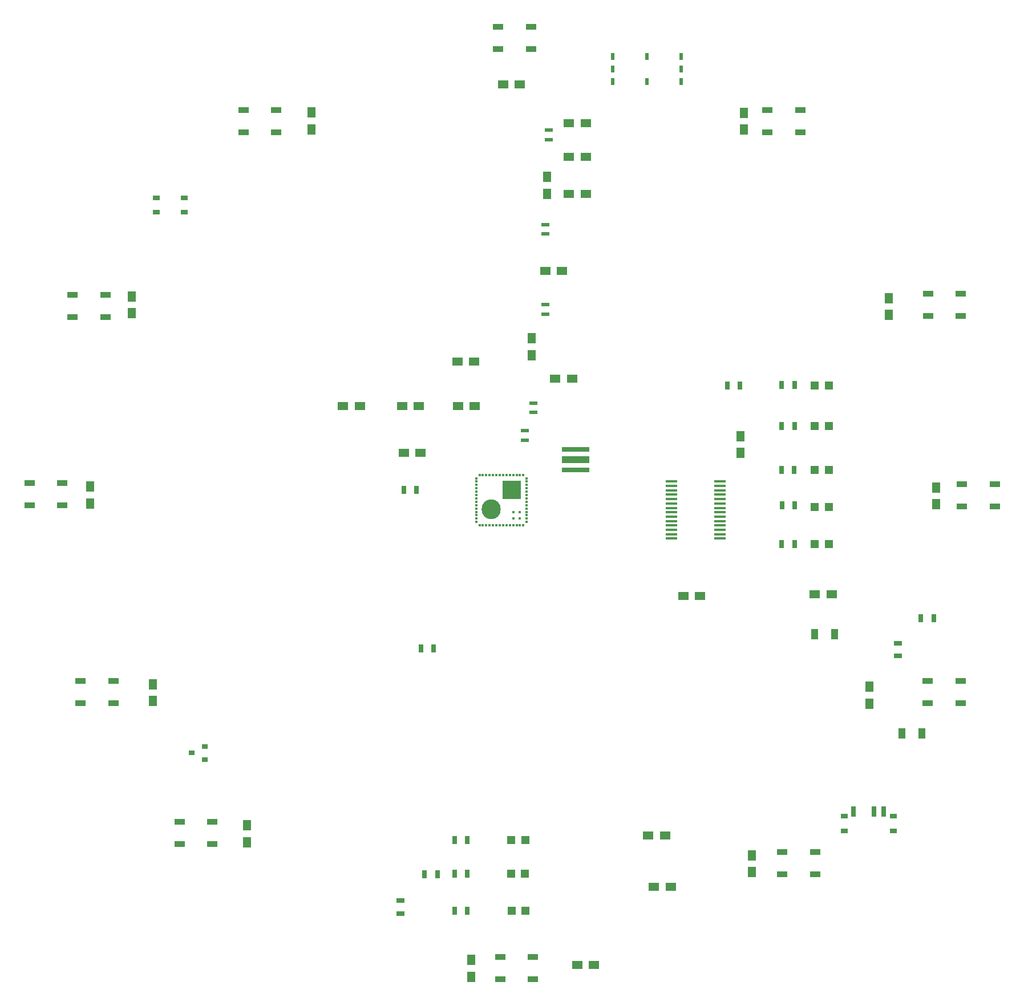
<source format=gtp>
G04 #@! TF.GenerationSoftware,KiCad,Pcbnew,(2016-12-18 revision 3ffa37c)-master*
G04 #@! TF.CreationDate,2016-12-30T22:14:27-08:00*
G04 #@! TF.ProjectId,badge-kicad,62616467652D6B696361642E6B696361,rev?*
G04 #@! TF.FileFunction,Paste,Top*
G04 #@! TF.FilePolarity,Positive*
%FSLAX46Y46*%
G04 Gerber Fmt 4.6, Leading zero omitted, Abs format (unit mm)*
G04 Created by KiCad (PCBNEW (2016-12-18 revision 3ffa37c)-master) date Friday, December 30, 2016 'PMt' 10:14:27 PM*
%MOMM*%
%LPD*%
G01*
G04 APERTURE LIST*
%ADD10C,0.150000*%
%ADD11R,1.500000X1.250000*%
%ADD12R,1.000000X1.600000*%
%ADD13R,1.198880X0.599440*%
%ADD14R,1.000000X0.800000*%
%ADD15R,0.700000X1.500000*%
%ADD16R,0.899160X0.797560*%
%ADD17R,1.498600X0.899160*%
%ADD18R,1.049020X0.647700*%
%ADD19R,1.198880X1.198880*%
%ADD20R,0.700000X1.300000*%
%ADD21R,4.100000X1.000000*%
%ADD22R,4.100000X0.700000*%
%ADD23R,1.250000X1.500000*%
%ADD24R,1.300000X0.700000*%
%ADD25R,0.500000X1.000000*%
%ADD26R,1.750000X0.450000*%
%ADD27R,0.406400X0.406400*%
%ADD28O,2.819400X2.946400*%
%ADD29R,2.667000X2.667000*%
%ADD30R,0.304800X0.406400*%
%ADD31R,0.406400X0.304800*%
G04 APERTURE END LIST*
D10*
D11*
X117300000Y-151800000D03*
X114800000Y-151800000D03*
D12*
X139470000Y-121920000D03*
X142470000Y-121920000D03*
X155400000Y-136600000D03*
X152400000Y-136600000D03*
D13*
X96500000Y-93075440D03*
X96500000Y-91673360D03*
X97750000Y-87597960D03*
X97750000Y-89000040D03*
X99500000Y-74402040D03*
X99500000Y-72999960D03*
X100000000Y-47097960D03*
X100000000Y-48500040D03*
X99500000Y-62500040D03*
X99500000Y-61097960D03*
D14*
X143850000Y-148900000D03*
X151150000Y-148900000D03*
X151150000Y-151100000D03*
X143850000Y-151100000D03*
D15*
X149750000Y-148250000D03*
X148250000Y-148250000D03*
X145250000Y-148250000D03*
D11*
X101000000Y-84000000D03*
X103500000Y-84000000D03*
X88950000Y-81400000D03*
X86450000Y-81400000D03*
X89050000Y-88000000D03*
X86550000Y-88000000D03*
D16*
X49000020Y-140499960D03*
X49000020Y-138600040D03*
X47003580Y-139550000D03*
D17*
X137397560Y-44071540D03*
X137397560Y-47368460D03*
X132500440Y-47368460D03*
X132500440Y-44071540D03*
X156301440Y-71376540D03*
X156301440Y-74673460D03*
X161198560Y-74673460D03*
X161198560Y-71376540D03*
X166238560Y-99621540D03*
X166238560Y-102918460D03*
X161341440Y-102918460D03*
X161341440Y-99621540D03*
X156261440Y-128831540D03*
X156261440Y-132128460D03*
X161158560Y-132128460D03*
X161158560Y-128831540D03*
X139568560Y-154231540D03*
X139568560Y-157528460D03*
X134671440Y-157528460D03*
X134671440Y-154231540D03*
X92801440Y-169801540D03*
X92801440Y-173098460D03*
X97698560Y-173098460D03*
X97698560Y-169801540D03*
X50113560Y-149786540D03*
X50113560Y-153083460D03*
X45216440Y-153083460D03*
X45216440Y-149786540D03*
X30531440Y-128831540D03*
X30531440Y-132128460D03*
X35428560Y-132128460D03*
X35428560Y-128831540D03*
X27848560Y-99451540D03*
X27848560Y-102748460D03*
X22951440Y-102748460D03*
X22951440Y-99451540D03*
X29351440Y-71551540D03*
X29351440Y-74848460D03*
X34248560Y-74848460D03*
X34248560Y-71551540D03*
X59598560Y-44071540D03*
X59598560Y-47368460D03*
X54701440Y-47368460D03*
X54701440Y-44071540D03*
X92500040Y-31703040D03*
X92500040Y-34999960D03*
X97397160Y-34999960D03*
X97397160Y-31703040D03*
D18*
X45895240Y-59250020D03*
X41749960Y-59250020D03*
X45895240Y-57101180D03*
X41749960Y-57101180D03*
D19*
X96549020Y-152500000D03*
X94450980Y-152500000D03*
X139499980Y-108500000D03*
X141598020Y-108500000D03*
X141598020Y-91000000D03*
X139499980Y-91000000D03*
X139499980Y-85000000D03*
X141598020Y-85000000D03*
X96598020Y-163000000D03*
X94499980Y-163000000D03*
X139499980Y-103000000D03*
X141598020Y-103000000D03*
X141598020Y-97500000D03*
X139499980Y-97500000D03*
X94401980Y-157500000D03*
X96500020Y-157500000D03*
D20*
X136450000Y-97500000D03*
X134550000Y-97500000D03*
D21*
X104000000Y-96000000D03*
D22*
X104000000Y-94500000D03*
X104000000Y-97500000D03*
D23*
X130175000Y-157230000D03*
X130175000Y-154730000D03*
X88500000Y-170250000D03*
X88500000Y-172750000D03*
X55245000Y-152785000D03*
X55245000Y-150285000D03*
X41275000Y-129330000D03*
X41275000Y-131830000D03*
X32000000Y-102500000D03*
X32000000Y-100000000D03*
X38100000Y-71775000D03*
X38100000Y-74275000D03*
X64770000Y-46970000D03*
X64770000Y-44470000D03*
D11*
X93250000Y-40250000D03*
X95750000Y-40250000D03*
X142000000Y-116000000D03*
X139500000Y-116000000D03*
X120000000Y-116250000D03*
X122500000Y-116250000D03*
D23*
X157480000Y-102620000D03*
X157480000Y-100120000D03*
D11*
X69500000Y-88000000D03*
X72000000Y-88000000D03*
X80750000Y-88000000D03*
X78250000Y-88000000D03*
X78500000Y-95000000D03*
X81000000Y-95000000D03*
D23*
X97500000Y-80500000D03*
X97500000Y-78000000D03*
D11*
X99500000Y-68000000D03*
X102000000Y-68000000D03*
X105500000Y-56500000D03*
X103000000Y-56500000D03*
D23*
X99750000Y-54000000D03*
X99750000Y-56500000D03*
D11*
X105500000Y-51000000D03*
X103000000Y-51000000D03*
X103000000Y-46000000D03*
X105500000Y-46000000D03*
X106750000Y-171000000D03*
X104250000Y-171000000D03*
X118150000Y-159450000D03*
X115650000Y-159450000D03*
D23*
X128500000Y-95000000D03*
X128500000Y-92500000D03*
X147650000Y-132200000D03*
X147650000Y-129700000D03*
X129000000Y-44500000D03*
X129000000Y-47000000D03*
X150500000Y-74500000D03*
X150500000Y-72000000D03*
D20*
X87950000Y-157500000D03*
X86050000Y-157500000D03*
X81600000Y-157550000D03*
X83500000Y-157550000D03*
X134600000Y-84900000D03*
X136500000Y-84900000D03*
X134600000Y-91000000D03*
X136500000Y-91000000D03*
X87950000Y-152500000D03*
X86050000Y-152500000D03*
D24*
X78000000Y-163350000D03*
X78000000Y-161450000D03*
D20*
X136550000Y-102800000D03*
X134650000Y-102800000D03*
X81050000Y-124000000D03*
X82950000Y-124000000D03*
X128400000Y-85000000D03*
X126500000Y-85000000D03*
X87950000Y-163000000D03*
X86050000Y-163000000D03*
D24*
X151810000Y-123230000D03*
X151810000Y-125130000D03*
D20*
X80400000Y-100500000D03*
X78500000Y-100500000D03*
X157150000Y-119500000D03*
X155250000Y-119500000D03*
X136500000Y-108500000D03*
X134600000Y-108500000D03*
D25*
X109500000Y-39900000D03*
X109500000Y-36100000D03*
X119700000Y-36100000D03*
X119700000Y-39900000D03*
X119700000Y-38000000D03*
X109500000Y-38000000D03*
X114600000Y-36100000D03*
X114600000Y-39900000D03*
D26*
X118200000Y-99250000D03*
X118200000Y-99900000D03*
X118200000Y-100550000D03*
X118200000Y-101200000D03*
X118200000Y-101850000D03*
X118200000Y-102500000D03*
X118200000Y-103150000D03*
X118200000Y-103800000D03*
X118200000Y-104450000D03*
X118200000Y-105100000D03*
X118200000Y-105750000D03*
X118200000Y-106400000D03*
X118200000Y-107050000D03*
X118200000Y-107700000D03*
X125400000Y-107700000D03*
X125400000Y-107050000D03*
X125400000Y-106400000D03*
X125400000Y-105750000D03*
X125400000Y-105100000D03*
X125400000Y-104450000D03*
X125400000Y-103800000D03*
X125400000Y-103150000D03*
X125400000Y-102500000D03*
X125400000Y-101850000D03*
X125400000Y-101200000D03*
X125400000Y-100550000D03*
X125400000Y-99900000D03*
X125400000Y-99250000D03*
D27*
X94749806Y-104749804D03*
X94749806Y-103749806D03*
X95749804Y-103749806D03*
X95749804Y-104749804D03*
D28*
X91500130Y-103399794D03*
D29*
X94499870Y-100500130D03*
D30*
X89750070Y-98275090D03*
X90250196Y-98275090D03*
X90750068Y-98275090D03*
X91250194Y-98275090D03*
X91750066Y-98275090D03*
X92250192Y-98275090D03*
X92750064Y-98275090D03*
X93249936Y-98275090D03*
X93749808Y-98275090D03*
X94249934Y-98275090D03*
X94749806Y-98275090D03*
X95249932Y-98275090D03*
X95749804Y-98275090D03*
X96249930Y-98275090D03*
D31*
X96724910Y-98750070D03*
X96724910Y-99250196D03*
X96724910Y-99750068D03*
X96724910Y-100250194D03*
X96724910Y-100750066D03*
X96724910Y-101250192D03*
X96724910Y-101750064D03*
X96724910Y-102249936D03*
X96724910Y-102749808D03*
X96724910Y-103249934D03*
X96724910Y-103749806D03*
X96724910Y-104249932D03*
X96724910Y-104749804D03*
X96724910Y-105249930D03*
D30*
X96249930Y-105724910D03*
X95749804Y-105724910D03*
X95249932Y-105724910D03*
X94749806Y-105724910D03*
X94249934Y-105724910D03*
X93749808Y-105724910D03*
X93249936Y-105724910D03*
X92750064Y-105724910D03*
X92250192Y-105724910D03*
X91750066Y-105724910D03*
X91250194Y-105724910D03*
X90750068Y-105724910D03*
X90250196Y-105724910D03*
X89750070Y-105724910D03*
D31*
X89275090Y-105249930D03*
X89275090Y-104749804D03*
X89275090Y-104249932D03*
X89275090Y-103749806D03*
X89275090Y-103249934D03*
X89275090Y-102749808D03*
X89275090Y-102249936D03*
X89275090Y-101750064D03*
X89275090Y-101250192D03*
X89275090Y-100750066D03*
X89275090Y-100250194D03*
X89275090Y-99750068D03*
X89275090Y-99250196D03*
D27*
X89275090Y-98750070D03*
M02*

</source>
